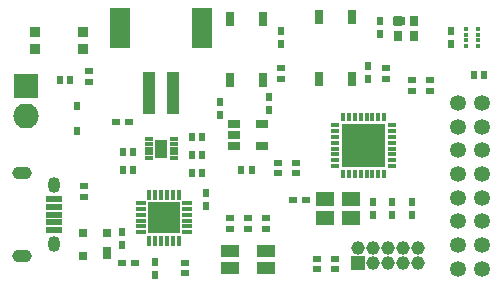
<source format=gbr>
G04 #@! TF.FileFunction,Soldermask,Top*
%FSLAX46Y46*%
G04 Gerber Fmt 4.6, Leading zero omitted, Abs format (unit mm)*
G04 Created by KiCad (PCBNEW 0.201512021501+6340~38~ubuntu15.10.1-stable) date Sun 06 Dec 2015 12:21:56 AM EST*
%MOMM*%
G01*
G04 APERTURE LIST*
%ADD10C,0.100000*%
%ADD11R,1.600000X1.000000*%
%ADD12R,0.350000X0.800000*%
%ADD13R,0.800000X0.350000*%
%ADD14R,1.825000X1.825000*%
%ADD15R,0.600000X0.700000*%
%ADD16C,1.350000*%
%ADD17R,0.500000X0.700000*%
%ADD18R,0.800000X0.330000*%
%ADD19R,1.000000X1.600000*%
%ADD20R,0.700000X0.600000*%
%ADD21R,0.550000X0.690000*%
%ADD22R,0.897560X0.897560*%
%ADD23R,1.100000X0.700000*%
%ADD24R,0.800000X1.100000*%
%ADD25R,0.800000X0.700000*%
%ADD26R,0.950000X0.400000*%
%ADD27R,0.400000X0.950000*%
%ADD28R,1.400000X1.400000*%
%ADD29C,0.363000*%
%ADD30R,1.150000X1.150000*%
%ADD31C,1.150000*%
%ADD32R,0.700000X0.500000*%
%ADD33R,0.800000X0.950000*%
%ADD34R,1.050000X0.650000*%
%ADD35R,2.132000X2.132000*%
%ADD36O,2.132000X2.132000*%
%ADD37R,1.100000X3.600000*%
%ADD38R,1.800000X3.500000*%
%ADD39R,1.450000X0.500000*%
%ADD40O,1.050000X1.350000*%
%ADD41O,1.650000X1.100000*%
%ADD42R,0.750000X1.150000*%
%ADD43R,1.500000X1.300000*%
G04 APERTURE END LIST*
D10*
D11*
X146024000Y-108597000D03*
X146024000Y-110097000D03*
X149124000Y-110097000D03*
X149124000Y-108597000D03*
D12*
X159103000Y-97295000D03*
X158603000Y-97295000D03*
X158103000Y-97295000D03*
X157603000Y-97295000D03*
X157103000Y-97295000D03*
X156603000Y-97295000D03*
X156103000Y-97295000D03*
X155603000Y-97295000D03*
D13*
X154953000Y-97945000D03*
X154953000Y-98445000D03*
X154953000Y-98945000D03*
X154953000Y-99445000D03*
X154953000Y-99945000D03*
X154953000Y-100445000D03*
X154953000Y-100945000D03*
X154953000Y-101445000D03*
D12*
X155603000Y-102095000D03*
X156103000Y-102095000D03*
X156603000Y-102095000D03*
X157103000Y-102095000D03*
X157603000Y-102095000D03*
X158103000Y-102095000D03*
X158603000Y-102095000D03*
X159103000Y-102095000D03*
D13*
X159753000Y-101445000D03*
X159753000Y-100945000D03*
X159753000Y-100445000D03*
X159753000Y-99945000D03*
X159753000Y-99445000D03*
X159753000Y-98945000D03*
X159753000Y-98445000D03*
X159753000Y-97945000D03*
D14*
X156490500Y-100557500D03*
X158215500Y-100557500D03*
X156490500Y-98832500D03*
X158215500Y-98832500D03*
D15*
X158115000Y-105579000D03*
X158115000Y-104479000D03*
D16*
X167354000Y-110108000D03*
X165354000Y-110108000D03*
X167354000Y-108108000D03*
X165354000Y-108108000D03*
X167354000Y-106108000D03*
X165354000Y-106108000D03*
X167354000Y-104108000D03*
X165354000Y-104108000D03*
X167354000Y-102108000D03*
X165354000Y-102108000D03*
X167354000Y-100108000D03*
X165354000Y-100108000D03*
X167354000Y-98108000D03*
X165354000Y-98108000D03*
X167354000Y-96108000D03*
X165354000Y-96108000D03*
D15*
X159766000Y-104479000D03*
X159766000Y-105579000D03*
D17*
X167582000Y-93726000D03*
X166682000Y-93726000D03*
X131630000Y-94107000D03*
X132530000Y-94107000D03*
D18*
X139158000Y-99149000D03*
X139158000Y-99549000D03*
X139158000Y-99949000D03*
X139158000Y-100349000D03*
X139158000Y-100749000D03*
X141258000Y-100749000D03*
X141258000Y-100349000D03*
X141258000Y-99949000D03*
X141258000Y-99549000D03*
X141258000Y-99149000D03*
D19*
X140208000Y-99949000D03*
D20*
X136356000Y-97663000D03*
X137456000Y-97663000D03*
D15*
X145161000Y-97070000D03*
X145161000Y-95970000D03*
X149352000Y-96689000D03*
X149352000Y-95589000D03*
X139700000Y-109559000D03*
X139700000Y-110659000D03*
X136906000Y-107019000D03*
X136906000Y-108119000D03*
D20*
X136864000Y-109601000D03*
X137964000Y-109601000D03*
D15*
X158750000Y-89112000D03*
X158750000Y-90212000D03*
X164719000Y-90001000D03*
X164719000Y-91101000D03*
X161417000Y-104479000D03*
X161417000Y-105579000D03*
D20*
X151342000Y-104267000D03*
X152442000Y-104267000D03*
D15*
X150368000Y-91101000D03*
X150368000Y-90001000D03*
D21*
X133096000Y-98464000D03*
X133096000Y-96354000D03*
D22*
X129540000Y-90043000D03*
X129540000Y-91541600D03*
X133604000Y-90043000D03*
X133604000Y-91541600D03*
D23*
X146374000Y-97856000D03*
X146374000Y-98806000D03*
X146374000Y-99756000D03*
X148774000Y-99756000D03*
X148774000Y-97856000D03*
D24*
X135620000Y-108827000D03*
D25*
X135620000Y-107127000D03*
X133620000Y-107127000D03*
X133620000Y-109027000D03*
D26*
X138512000Y-104541000D03*
X138512000Y-105041000D03*
X138512000Y-105541000D03*
X138512000Y-106041000D03*
X138512000Y-106541000D03*
X138512000Y-107041000D03*
D27*
X139212000Y-107741000D03*
X139712000Y-107741000D03*
X140212000Y-107741000D03*
X140712000Y-107741000D03*
X141212000Y-107741000D03*
X141712000Y-107741000D03*
D26*
X142412000Y-107041000D03*
X142412000Y-106541000D03*
X142412000Y-106041000D03*
X142412000Y-105541000D03*
X142412000Y-105041000D03*
X142412000Y-104541000D03*
D27*
X141712000Y-103841000D03*
X141212000Y-103841000D03*
X140712000Y-103841000D03*
X140212000Y-103841000D03*
X139712000Y-103841000D03*
X139212000Y-103841000D03*
D28*
X141112000Y-106441000D03*
X141112000Y-105141000D03*
X139812000Y-106441000D03*
X139812000Y-105141000D03*
D29*
X165997000Y-89797000D03*
X166997000Y-89797000D03*
X165997000Y-90297000D03*
X166997000Y-90297000D03*
X165997000Y-90797000D03*
X166997000Y-90797000D03*
X165997000Y-91297000D03*
X166997000Y-91297000D03*
D30*
X156845000Y-109601000D03*
D31*
X158115000Y-109601000D03*
X159385000Y-109601000D03*
X160655000Y-109601000D03*
X161925000Y-109601000D03*
X158115000Y-108331000D03*
X159385000Y-108331000D03*
X160655000Y-108331000D03*
X161925000Y-108331000D03*
X156845000Y-108331000D03*
D17*
X137864000Y-100203000D03*
X136964000Y-100203000D03*
X137864000Y-101727000D03*
X136964000Y-101727000D03*
X142806000Y-100457000D03*
X143706000Y-100457000D03*
X143706000Y-98933000D03*
X142806000Y-98933000D03*
X143706000Y-101981000D03*
X142806000Y-101981000D03*
D32*
X134112000Y-93403000D03*
X134112000Y-94303000D03*
D17*
X146997000Y-101727000D03*
X147897000Y-101727000D03*
D32*
X142240000Y-110501000D03*
X142240000Y-109601000D03*
X146050000Y-105849000D03*
X146050000Y-106749000D03*
X149098000Y-105849000D03*
X149098000Y-106749000D03*
X147574000Y-105849000D03*
X147574000Y-106749000D03*
X150114000Y-102050000D03*
X150114000Y-101150000D03*
X151638000Y-101150000D03*
X151638000Y-102050000D03*
X154940000Y-110178000D03*
X154940000Y-109278000D03*
X153416000Y-110178000D03*
X153416000Y-109278000D03*
X159258000Y-93149000D03*
X159258000Y-94049000D03*
X162941000Y-95065000D03*
X162941000Y-94165000D03*
X161417000Y-95065000D03*
X161417000Y-94165000D03*
X150368000Y-94049000D03*
X150368000Y-93149000D03*
D33*
X160234000Y-89189000D03*
D34*
X160359000Y-89189000D03*
D33*
X160234000Y-90389000D03*
X161584000Y-90389000D03*
X161584000Y-89189000D03*
D32*
X133662000Y-103113000D03*
X133662000Y-104013000D03*
D35*
X128778000Y-94615000D03*
D36*
X128778000Y-97155000D03*
D37*
X141192000Y-95261000D03*
X139192000Y-95261000D03*
D38*
X143642000Y-89711000D03*
X136742000Y-89711000D03*
D39*
X131102540Y-104236100D03*
X131102540Y-104886100D03*
X131102540Y-105536100D03*
X131102540Y-106186100D03*
X131102540Y-106836100D03*
D40*
X131102540Y-103036100D03*
X131102540Y-108036100D03*
D41*
X128402540Y-102036100D03*
X128402540Y-109036100D03*
D15*
X144018000Y-104817000D03*
X144018000Y-103717000D03*
D42*
X148847000Y-88967000D03*
X148847000Y-94167000D03*
X146047000Y-88967000D03*
X146047000Y-94167000D03*
X156340000Y-88840000D03*
X156340000Y-94040000D03*
X153540000Y-88840000D03*
X153540000Y-94040000D03*
D43*
X154094000Y-105829000D03*
X156294000Y-105829000D03*
X154094000Y-104229000D03*
X156294000Y-104229000D03*
D15*
X157734000Y-94022000D03*
X157734000Y-92922000D03*
M02*

</source>
